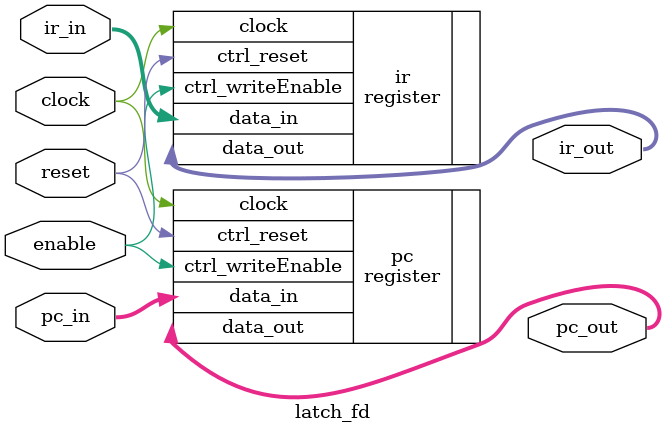
<source format=v>
module latch_fd (ir_in, pc_in, clock, reset, enable, ir_out, pc_out);

input [31:0] ir_in, pc_in;
input clock, reset, enable;

output [31:0] ir_out, pc_out;

register ir (
    .data_out(ir_out),
	 .clock(clock),
    .ctrl_writeEnable(enable),
    .ctrl_reset(reset),
	 .data_in(ir_in)
);

register pc (
    .data_out(pc_out),
	 .clock(clock),
    .ctrl_writeEnable(enable),
    .ctrl_reset(reset),
	 .data_in(pc_in)
);


endmodule 
</source>
